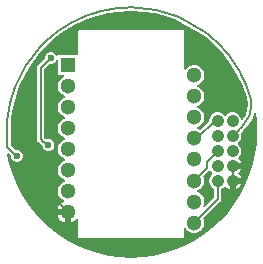
<source format=gbl>
G04*
G04 #@! TF.GenerationSoftware,Altium Limited,Altium Designer,21.2.0 (30)*
G04*
G04 Layer_Physical_Order=2*
G04 Layer_Color=16711680*
%FSLAX44Y44*%
%MOMM*%
G71*
G04*
G04 #@! TF.SameCoordinates,DF527670-682C-4278-A129-CD4E7C44B745*
G04*
G04*
G04 #@! TF.FilePolarity,Positive*
G04*
G01*
G75*
%ADD25C,0.2000*%
%ADD26C,1.3000*%
%ADD27R,1.3000X1.3000*%
%ADD28C,1.0500*%
%ADD29C,0.6000*%
G36*
X1835Y102131D02*
X1853Y102113D01*
X1853Y102113D01*
X1853Y102113D01*
X10018Y101712D01*
X19939Y100240D01*
X29668Y97803D01*
X37473Y95011D01*
X37473Y95010D01*
X37473Y95010D01*
X37487Y95016D01*
X38594Y94509D01*
X38781Y94423D01*
X38875Y94385D01*
X38886Y94377D01*
X39684Y94053D01*
X39685Y94053D01*
X61055Y81858D01*
X61066Y81802D01*
Y81802D01*
X64838Y79005D01*
X72269Y72269D01*
X79005Y64838D01*
X84980Y56782D01*
X90136Y48179D01*
X94424Y39112D01*
X94932Y37694D01*
X97803Y29668D01*
X98569Y26610D01*
X98794Y25714D01*
X98748Y25655D01*
X98864Y25375D01*
X98909Y24183D01*
Y22971D01*
X98935Y22836D01*
X98519Y18611D01*
X97247Y14419D01*
X95182Y10555D01*
X94468Y9684D01*
X93772Y9933D01*
X93255Y10209D01*
X92786Y11961D01*
X91827Y13621D01*
X90471Y14977D01*
X88811Y15936D01*
X86959Y16432D01*
X85041D01*
X83189Y15936D01*
X81529Y14977D01*
X80440Y13888D01*
X79650Y13728D01*
X78860Y13888D01*
X77771Y14977D01*
X76111Y15936D01*
X74259Y16432D01*
X72341D01*
X70489Y15936D01*
X68829Y14977D01*
X67473Y13621D01*
X66514Y11961D01*
X66018Y10109D01*
Y8540D01*
X58651Y1173D01*
X56803Y2241D01*
X55713Y2533D01*
Y3847D01*
X56803Y4139D01*
X58749Y5263D01*
X60337Y6851D01*
X61461Y8797D01*
X62042Y10967D01*
Y13213D01*
X61461Y15383D01*
X60337Y17329D01*
X58749Y18917D01*
X56803Y20041D01*
X55713Y20333D01*
Y21647D01*
X56803Y21939D01*
X58749Y23063D01*
X60337Y24651D01*
X61461Y26597D01*
X62042Y28767D01*
Y31013D01*
X61461Y33183D01*
X60337Y35129D01*
X58749Y36717D01*
X56803Y37840D01*
X55713Y38133D01*
Y39447D01*
X56803Y39739D01*
X58749Y40863D01*
X60337Y42451D01*
X61461Y44397D01*
X62042Y46567D01*
Y48813D01*
X61461Y50983D01*
X60337Y52929D01*
X58749Y54517D01*
X56803Y55641D01*
X54633Y56222D01*
X52387D01*
X50217Y55641D01*
X48271Y54517D01*
X46683Y52929D01*
X46352Y52356D01*
X45082Y52696D01*
Y84390D01*
X44924Y85183D01*
X44475Y85855D01*
X43803Y86304D01*
X43010Y86462D01*
X-42990D01*
X-43783Y86304D01*
X-44455Y85855D01*
X-44904Y85183D01*
X-45062Y84390D01*
Y65122D01*
X-62022D01*
Y64536D01*
X-63292Y64283D01*
X-63734Y65350D01*
X-65150Y66766D01*
X-66999Y67532D01*
X-69001D01*
X-70850Y66766D01*
X-72266Y65350D01*
X-73032Y63501D01*
Y61840D01*
X-78583Y56289D01*
X-79253Y55286D01*
X-79488Y54103D01*
Y-6266D01*
X-79253Y-7449D01*
X-78583Y-8452D01*
X-76298Y-10738D01*
X-75406Y-11334D01*
X-74919Y-11820D01*
Y-12399D01*
X-74153Y-14248D01*
X-72737Y-15664D01*
X-70888Y-16430D01*
X-68886D01*
X-67037Y-15664D01*
X-65621Y-14248D01*
X-64855Y-12399D01*
Y-10397D01*
X-65621Y-8547D01*
X-67037Y-7132D01*
X-68886Y-6366D01*
X-70888D01*
X-71412Y-6583D01*
X-71630Y-6366D01*
X-72522Y-5769D01*
X-73306Y-4986D01*
Y52823D01*
X-68660Y57468D01*
X-66999D01*
X-65150Y58234D01*
X-63734Y59650D01*
X-63292Y60717D01*
X-62022Y60464D01*
Y48058D01*
X-56773D01*
X-56606Y46788D01*
X-56783Y46741D01*
X-58729Y45617D01*
X-60317Y44029D01*
X-61441Y42083D01*
X-62022Y39913D01*
Y37667D01*
X-61441Y35497D01*
X-60317Y33551D01*
X-58729Y31963D01*
X-56783Y30840D01*
X-55693Y30547D01*
Y29233D01*
X-56783Y28941D01*
X-58729Y27817D01*
X-60317Y26229D01*
X-61441Y24283D01*
X-62022Y22113D01*
Y19867D01*
X-61441Y17697D01*
X-60317Y15751D01*
X-58729Y14163D01*
X-56783Y13039D01*
X-55693Y12747D01*
Y11433D01*
X-56783Y11141D01*
X-58729Y10017D01*
X-60317Y8429D01*
X-61441Y6483D01*
X-62022Y4313D01*
Y2067D01*
X-61441Y-103D01*
X-60317Y-2049D01*
X-58729Y-3637D01*
X-56783Y-4760D01*
X-55693Y-5053D01*
Y-6367D01*
X-56783Y-6659D01*
X-58729Y-7783D01*
X-60317Y-9371D01*
X-61441Y-11317D01*
X-62022Y-13487D01*
Y-15733D01*
X-61441Y-17903D01*
X-60317Y-19849D01*
X-58729Y-21437D01*
X-56783Y-22561D01*
X-55693Y-22853D01*
Y-24167D01*
X-56783Y-24459D01*
X-58729Y-25583D01*
X-60317Y-27171D01*
X-61441Y-29117D01*
X-62022Y-31287D01*
Y-33533D01*
X-61441Y-35703D01*
X-60317Y-37649D01*
X-58729Y-39237D01*
X-56783Y-40360D01*
X-55693Y-40653D01*
Y-41967D01*
X-56783Y-42259D01*
X-58729Y-43383D01*
X-60317Y-44971D01*
X-61441Y-46917D01*
X-62022Y-49087D01*
Y-51333D01*
X-61441Y-53503D01*
X-60317Y-55449D01*
X-58729Y-57037D01*
X-56783Y-58161D01*
X-56675Y-58190D01*
Y-59504D01*
X-56979Y-59586D01*
X-59041Y-60776D01*
X-60724Y-62459D01*
X-61914Y-64521D01*
X-62168Y-65470D01*
X-53490D01*
Y-68010D01*
X-50950D01*
Y-76688D01*
X-50001Y-76434D01*
X-47939Y-75244D01*
X-46332Y-73636D01*
X-45992Y-73665D01*
X-45062Y-74032D01*
Y-88210D01*
X-44904Y-89003D01*
X-44455Y-89675D01*
X-43783Y-90124D01*
X-42990Y-90282D01*
X43010D01*
X43803Y-90124D01*
X44475Y-89675D01*
X44924Y-89003D01*
X45082Y-88210D01*
Y-81916D01*
X46352Y-81576D01*
X46683Y-82149D01*
X48271Y-83737D01*
X50217Y-84861D01*
X52387Y-85442D01*
X54633D01*
X56803Y-84861D01*
X58749Y-83737D01*
X60337Y-82149D01*
X61461Y-80203D01*
X62042Y-78033D01*
Y-75787D01*
X61461Y-73617D01*
X61356Y-73436D01*
X75486Y-59306D01*
X76156Y-58303D01*
X76391Y-57120D01*
Y-48274D01*
X77771Y-47477D01*
X78488Y-46760D01*
X79635Y-46467D01*
X80149Y-46816D01*
X81217Y-47884D01*
X82993Y-48909D01*
X83460Y-49034D01*
Y-41650D01*
X86000D01*
Y-39110D01*
X93384D01*
X93259Y-38643D01*
X92233Y-36867D01*
X91519Y-36152D01*
X90872Y-35300D01*
X91519Y-34448D01*
X92233Y-33733D01*
X93259Y-31957D01*
X93384Y-31490D01*
X86000D01*
Y-26410D01*
X93384D01*
X93259Y-25943D01*
X92233Y-24167D01*
X91166Y-23099D01*
X90817Y-22585D01*
X91110Y-21439D01*
X91827Y-20721D01*
X92786Y-19061D01*
X93282Y-17209D01*
Y-15291D01*
X92786Y-13439D01*
X91827Y-11779D01*
X90738Y-10690D01*
X90577Y-9900D01*
X90738Y-9110D01*
X91827Y-8021D01*
X92786Y-6361D01*
X93282Y-4509D01*
Y-2591D01*
X92870Y-1052D01*
X93932Y10D01*
X94117Y5D01*
X94117Y4D01*
X94179Y30D01*
X94581Y568D01*
X94581Y569D01*
X94582Y569D01*
X95120Y971D01*
X95145Y1032D01*
X95145Y1032D01*
X95140Y1218D01*
X96747Y2825D01*
X96767Y2804D01*
X99673Y6207D01*
X102011Y10023D01*
X103724Y14158D01*
X104125Y15830D01*
X105415Y15763D01*
X106267Y9297D01*
X106672Y0D01*
X106267Y-9297D01*
X105052Y-18523D01*
X103038Y-27609D01*
X100239Y-36484D01*
X96678Y-45082D01*
X92381Y-53336D01*
X87381Y-61185D01*
X81716Y-68568D01*
X75429Y-75429D01*
X68568Y-81716D01*
X61185Y-87381D01*
X53336Y-92381D01*
X45082Y-96678D01*
X36484Y-100239D01*
X27609Y-103038D01*
X18523Y-105052D01*
X9297Y-106267D01*
X0Y-106672D01*
X-9297Y-106267D01*
X-18523Y-105052D01*
X-27609Y-103038D01*
X-36484Y-100239D01*
X-45082Y-96678D01*
X-53336Y-92381D01*
X-61185Y-87381D01*
X-68568Y-81716D01*
X-75429Y-75429D01*
X-81716Y-68568D01*
X-87381Y-61185D01*
X-92381Y-53336D01*
X-96678Y-45082D01*
X-100239Y-36484D01*
X-103038Y-27609D01*
X-105052Y-18523D01*
X-105061Y-18455D01*
X-103919Y-17900D01*
X-101745Y-20125D01*
X-101730Y-20135D01*
X-101720Y-20150D01*
X-101676Y-20194D01*
Y-21804D01*
X-100910Y-23654D01*
X-99495Y-25069D01*
X-97645Y-25835D01*
X-95643D01*
X-93794Y-25069D01*
X-92379Y-23654D01*
X-91612Y-21804D01*
Y-19803D01*
X-92379Y-17953D01*
X-93794Y-16538D01*
X-95643Y-15771D01*
X-97354D01*
X-101522Y-11507D01*
Y9978D01*
X-101411Y11234D01*
X-101361Y11355D01*
X-101327Y12613D01*
X-100240Y19939D01*
X-97803Y29668D01*
X-94424Y39112D01*
X-90136Y48179D01*
X-84980Y56782D01*
X-79005Y64838D01*
X-75147Y69094D01*
X-75016Y69097D01*
X-75000Y69134D01*
X-74213Y70127D01*
X-69308Y75031D01*
X-69224Y75030D01*
X-69224Y75030D01*
Y75030D01*
X-64838Y79005D01*
X-56782Y84980D01*
X-48179Y90136D01*
X-39112Y94424D01*
X-29668Y97803D01*
X-25760Y98782D01*
X-19939Y100240D01*
X-10018Y101712D01*
X-1828Y102114D01*
X-1828Y102114D01*
Y102114D01*
X-1811Y102132D01*
X1835Y102131D01*
D02*
G37*
G36*
X67473Y-33421D02*
X68562Y-34510D01*
X68723Y-35300D01*
X68562Y-36090D01*
X67473Y-37179D01*
X66514Y-38839D01*
X66018Y-40691D01*
Y-42609D01*
X66514Y-44461D01*
X67473Y-46121D01*
X68829Y-47477D01*
X70209Y-48274D01*
Y-55840D01*
X61947Y-64102D01*
X60930Y-63322D01*
X61461Y-62403D01*
X62042Y-60233D01*
Y-57987D01*
X61461Y-55817D01*
X60337Y-53871D01*
X58749Y-52283D01*
X56803Y-51160D01*
X55713Y-50867D01*
Y-49553D01*
X56803Y-49261D01*
X58749Y-48137D01*
X60337Y-46549D01*
X61461Y-44603D01*
X62042Y-42433D01*
Y-40187D01*
X61461Y-38017D01*
X61356Y-37836D01*
X65920Y-33272D01*
X67363Y-33231D01*
X67473Y-33421D01*
D02*
G37*
%LPC*%
G36*
X93384Y-44190D02*
X88540D01*
Y-49034D01*
X89007Y-48909D01*
X90783Y-47884D01*
X92233Y-46433D01*
X93259Y-44657D01*
X93384Y-44190D01*
D02*
G37*
G36*
X-56030Y-70550D02*
X-62168D01*
X-61914Y-71499D01*
X-60724Y-73561D01*
X-59041Y-75244D01*
X-56979Y-76434D01*
X-56030Y-76688D01*
Y-70550D01*
D02*
G37*
%LPD*%
D25*
X40580Y97101D02*
G03*
X40069Y97233I-752J-1853D01*
G01*
X38613Y97900D02*
G03*
X1909Y105223I-38613J-97900D01*
G01*
X102000Y25671D02*
G03*
X101940Y26149I-2000J-10D01*
G01*
X94560Y5010D02*
G03*
X102000Y22971I-17960J17960D01*
G01*
X92808Y3258D02*
G03*
X92740Y3186I1422J-1407D01*
G01*
X91965Y2410D02*
G03*
X91892Y2342I1334J-1490D01*
G01*
X91965Y2410D02*
G03*
X92740Y3186I-5964J6740D01*
G01*
X-1883Y105223D02*
G03*
X-26556Y101834I1883J-105223D01*
G01*
D02*
G03*
X-71363Y77348I26556J-101834D01*
G01*
X-77327Y71384D02*
G03*
X-77369Y71341I1422J-1407D01*
G01*
X-104602Y11571D02*
G03*
X-104613Y11371I1989J-210D01*
G01*
X-98432Y37238D02*
G03*
X-104602Y11571I98432J-37238D01*
G01*
X-77369Y71341D02*
G03*
X-98432Y37238I77369J-71341D01*
G01*
X97812Y38837D02*
G03*
X62956Y84333I-97812J-38837D01*
G01*
X101940Y26149D02*
G03*
X97812Y38837I-101940J-26149D01*
G01*
X-99534Y-17964D02*
X-96694Y-20803D01*
X-104613Y-12766D02*
X-99534Y-17964D01*
X-104613Y-12766D02*
Y11371D01*
X-73816Y-8551D02*
X-70970Y-11398D01*
X-69887D01*
X-74112Y-8551D02*
X-73816D01*
X-76397Y-6266D02*
X-74112Y-8551D01*
X-76397Y-6266D02*
Y54103D01*
X-96694Y-20803D02*
X-96644D01*
X-63500Y-58000D02*
X-53490Y-68010D01*
X-63500Y-58000D02*
Y-41750D01*
X-76397Y54103D02*
X-68000Y62500D01*
X-1883Y105223D02*
X1909Y105223D01*
X38613Y97900D02*
X40069Y97233D01*
X40580Y97101D02*
X62956Y84333D01*
X102000Y22971D02*
Y25671D01*
X92808Y3258D02*
X94560Y5010D01*
X92808Y3258D02*
X92808Y3258D01*
X86000Y-3550D02*
X91892Y2342D01*
X-77327Y71384D02*
X-71363Y77348D01*
X-77327Y71384D02*
X-77327Y71384D01*
X-104613Y11371D02*
Y11371D01*
X53510Y-41310D02*
X64000Y-30820D01*
Y-25522D02*
X73272Y-16250D01*
X64000Y-30820D02*
Y-25522D01*
X86000Y-41650D02*
Y-28950D01*
X73300Y-57120D02*
Y-41650D01*
X53510Y-76910D02*
X73300Y-57120D01*
X73272Y-16250D02*
X73300D01*
X56140Y-5710D02*
X71000Y9150D01*
X73300D01*
X53510Y-5710D02*
X56140D01*
D26*
X53510Y-41310D02*
D03*
Y-23510D02*
D03*
Y-59110D02*
D03*
Y47690D02*
D03*
Y29890D02*
D03*
Y12090D02*
D03*
Y-5710D02*
D03*
Y-76910D02*
D03*
X-53490Y-68010D02*
D03*
Y-50210D02*
D03*
Y-32410D02*
D03*
Y-14610D02*
D03*
Y3190D02*
D03*
Y20990D02*
D03*
Y38790D02*
D03*
D27*
Y56590D02*
D03*
D28*
X73300Y-41650D02*
D03*
Y-28950D02*
D03*
Y-16250D02*
D03*
Y-3550D02*
D03*
Y9150D02*
D03*
X86000Y-41650D02*
D03*
Y-28950D02*
D03*
Y-16250D02*
D03*
Y-3550D02*
D03*
Y9150D02*
D03*
D29*
X-69887Y-11398D02*
D03*
X65329Y18520D02*
D03*
X-96644Y-20803D02*
D03*
X-97684Y-8930D02*
D03*
X-63500Y-41750D02*
D03*
X-68000Y62500D02*
D03*
M02*

</source>
